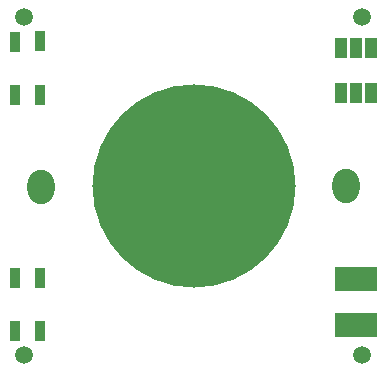
<source format=gbr>
G04 DipTrace 3.2.0.1*
G04 BottomMask.gbr*
%MOIN*%
G04 #@! TF.FileFunction,Soldermask,Bot*
G04 #@! TF.Part,Single*
%AMOUTLINE1*
4,1,4,
0.018668,-0.033483,
-0.018735,-0.033446,
-0.018668,0.033483,
0.018735,0.033446,
0.018668,-0.033483,
0*%
%AMOUTLINE4*
4,1,16,
-0.045255,-0.012331,
-0.040831,-0.031568,
-0.028213,-0.047336,
-0.010003,-0.056067,
0.010191,-0.056033,
0.028371,-0.047241,
0.040935,-0.031431,
0.045296,-0.012179,
0.045255,0.012331,
0.040831,0.031568,
0.028213,0.047336,
0.010003,0.056067,
-0.010191,0.056033,
-0.028371,0.047241,
-0.040935,0.031431,
-0.045296,0.012179,
-0.045255,-0.012331,
0*%
%AMOUTLINE7*
4,1,4,
-0.017633,-0.033509,
-0.017801,0.033419,
0.017633,0.033509,
0.017801,-0.033419,
-0.017633,-0.033509,
0*%
%AMOUTLINE10*
4,1,4,
-0.017574,-0.033539,
-0.017859,0.033389,
0.017574,0.033539,
0.017859,-0.033389,
-0.017574,-0.033539,
0*%
%ADD31C,0.059055*%
%ADD38C,0.677165*%
%ADD50R,0.141732X0.082677*%
%ADD56OUTLINE1*%
%ADD59OUTLINE4*%
%ADD62OUTLINE7*%
%ADD65OUTLINE10*%
%FSLAX26Y26*%
G04*
G70*
G90*
G75*
G01*
G04 BotMask*
%LPD*%
D50*
X545906Y-310280D3*
Y-463823D3*
D31*
X-562992Y562992D3*
X562992D3*
X-562992Y-562992D3*
X562992D3*
D56*
X593379Y459990D3*
X543378Y460038D3*
X493378Y460088D3*
X593232Y311564D3*
X543234Y311614D3*
X493232Y311663D3*
D59*
X511240Y852D3*
X-504505Y-850D3*
D38*
X3367Y0D3*
D62*
X-508636Y303877D3*
X-593282Y303664D3*
X-509083Y483010D3*
X-593728Y482798D3*
D65*
X-593335Y-304699D3*
X-508689Y-304337D3*
X-592570Y-483833D3*
X-507925Y-483471D3*
M02*

</source>
